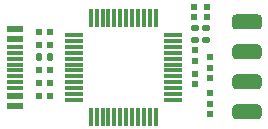
<source format=gbr>
%TF.GenerationSoftware,KiCad,Pcbnew,(6.0.2)*%
%TF.CreationDate,2022-04-18T15:37:34+08:00*%
%TF.ProjectId,ST-Link-Hulk,53542d4c-696e-46b2-9d48-756c6b2e6b69,V0.1*%
%TF.SameCoordinates,Original*%
%TF.FileFunction,Paste,Top*%
%TF.FilePolarity,Positive*%
%FSLAX46Y46*%
G04 Gerber Fmt 4.6, Leading zero omitted, Abs format (unit mm)*
G04 Created by KiCad (PCBNEW (6.0.2)) date 2022-04-18 15:37:34*
%MOMM*%
%LPD*%
G01*
G04 APERTURE LIST*
G04 Aperture macros list*
%AMRoundRect*
0 Rectangle with rounded corners*
0 $1 Rounding radius*
0 $2 $3 $4 $5 $6 $7 $8 $9 X,Y pos of 4 corners*
0 Add a 4 corners polygon primitive as box body*
4,1,4,$2,$3,$4,$5,$6,$7,$8,$9,$2,$3,0*
0 Add four circle primitives for the rounded corners*
1,1,$1+$1,$2,$3*
1,1,$1+$1,$4,$5*
1,1,$1+$1,$6,$7*
1,1,$1+$1,$8,$9*
0 Add four rect primitives between the rounded corners*
20,1,$1+$1,$2,$3,$4,$5,0*
20,1,$1+$1,$4,$5,$6,$7,0*
20,1,$1+$1,$6,$7,$8,$9,0*
20,1,$1+$1,$8,$9,$2,$3,0*%
G04 Aperture macros list end*
%ADD10R,0.600000X0.600000*%
%ADD11RoundRect,0.147500X-0.147500X-0.172500X0.147500X-0.172500X0.147500X0.172500X-0.147500X0.172500X0*%
%ADD12RoundRect,0.147500X-0.172500X0.147500X-0.172500X-0.147500X0.172500X-0.147500X0.172500X0.147500X0*%
%ADD13RoundRect,0.317500X-0.952500X-0.317500X0.952500X-0.317500X0.952500X0.317500X-0.952500X0.317500X0*%
%ADD14RoundRect,0.381000X-0.889000X-0.254000X0.889000X-0.254000X0.889000X0.254000X-0.889000X0.254000X0*%
%ADD15R,1.450000X0.600000*%
%ADD16R,1.450000X0.300000*%
%ADD17R,1.500000X0.300000*%
%ADD18R,0.300000X1.500000*%
G04 APERTURE END LIST*
D10*
%TO.C,C1*%
X22067800Y4860200D03*
X22067800Y5760200D03*
%TD*%
D11*
%TO.C,D1*%
X8873300Y7164400D03*
X9843300Y7164400D03*
%TD*%
D12*
%TO.C,D2*%
X22067800Y9630600D03*
X22067800Y8660600D03*
%TD*%
D13*
%TO.C,J1*%
X26466600Y10110800D03*
D14*
X26466600Y7570800D03*
X26466600Y5030800D03*
X26466600Y2490800D03*
%TD*%
D10*
%TO.C,JP1*%
X23337800Y5368200D03*
X23337800Y6268200D03*
X23337800Y7168200D03*
%TD*%
%TO.C,JP2*%
X23337800Y2345600D03*
X23337800Y3245600D03*
X23337800Y4145600D03*
%TD*%
D15*
%TO.C,P1*%
X6859600Y9550800D03*
X6859600Y8750800D03*
D16*
X6859600Y7550800D03*
X6859600Y6550800D03*
X6859600Y6050800D03*
X6859600Y5050800D03*
D15*
X6859600Y3850800D03*
X6859600Y3050800D03*
X6859600Y3050800D03*
X6859600Y3850800D03*
D16*
X6859600Y4550800D03*
X6859600Y5550800D03*
X6859600Y7050800D03*
X6859600Y8050800D03*
D15*
X6859600Y8750800D03*
X6859600Y9550800D03*
%TD*%
D10*
%TO.C,R4*%
X9810600Y6046800D03*
X8910600Y6046800D03*
%TD*%
%TO.C,R5*%
X9817800Y8180400D03*
X8917800Y8180400D03*
%TD*%
%TO.C,R6*%
X9810600Y4954600D03*
X8910600Y4954600D03*
%TD*%
%TO.C,R7*%
X9817800Y9272600D03*
X8917800Y9272600D03*
%TD*%
%TO.C,R8*%
X21991600Y10549800D03*
X21991600Y11449800D03*
%TD*%
%TO.C,R9*%
X23083800Y10549800D03*
X23083800Y11449800D03*
%TD*%
%TO.C,R11*%
X8910612Y3862400D03*
X9810612Y3862400D03*
%TD*%
%TO.C,R12*%
X22067800Y7766800D03*
X22067800Y6866800D03*
%TD*%
D12*
%TO.C,D3*%
X23007600Y9630600D03*
X23007600Y8660600D03*
%TD*%
D17*
%TO.C,U1*%
X20222600Y3550800D03*
X20222600Y4050800D03*
X20222600Y4550800D03*
X20222600Y5050800D03*
X20222600Y5550800D03*
X20222600Y6050800D03*
X20222600Y6550800D03*
X20222600Y7050800D03*
X20222600Y7550800D03*
X20222600Y8050800D03*
X20222600Y8550800D03*
X20222600Y9050800D03*
D18*
X18772600Y10500800D03*
X18272600Y10500800D03*
X17772600Y10500800D03*
X17272600Y10500800D03*
X16772600Y10500800D03*
X16272600Y10500800D03*
X15772600Y10500800D03*
X15272600Y10500800D03*
X14772600Y10500800D03*
X14272600Y10500800D03*
X13772600Y10500800D03*
X13272600Y10500800D03*
D17*
X11822600Y9050800D03*
X11822600Y8550800D03*
X11822600Y8050800D03*
X11822600Y7550800D03*
X11822600Y7050800D03*
X11822600Y6550800D03*
X11822600Y6050800D03*
X11822600Y5550800D03*
X11822600Y5050800D03*
X11822600Y4550800D03*
X11822600Y4050800D03*
X11822600Y3550800D03*
D18*
X13272600Y2100800D03*
X13772600Y2100800D03*
X14272600Y2100800D03*
X14772600Y2100800D03*
X15272600Y2100800D03*
X15772600Y2100800D03*
X16272600Y2100800D03*
X16772600Y2100800D03*
X17272600Y2100800D03*
X17772600Y2100800D03*
X18272600Y2100800D03*
X18772600Y2100800D03*
%TD*%
M02*

</source>
